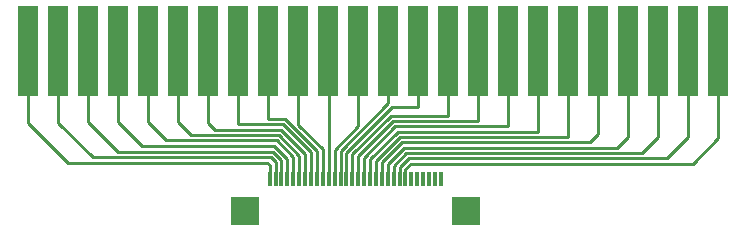
<source format=gbr>
%TF.GenerationSoftware,KiCad,Pcbnew,(6.0.0-rc1-114-gb471945224)*%
%TF.CreationDate,2023-01-31T08:43:44+01:00*%
%TF.ProjectId,HB-F1XD-keyboard,48422d46-3158-4442-9d6b-6579626f6172,1*%
%TF.SameCoordinates,Original*%
%TF.FileFunction,Copper,L1,Top*%
%TF.FilePolarity,Positive*%
%FSLAX46Y46*%
G04 Gerber Fmt 4.6, Leading zero omitted, Abs format (unit mm)*
G04 Created by KiCad (PCBNEW (6.0.0-rc1-114-gb471945224)) date 2023-01-31 08:43:44*
%MOMM*%
%LPD*%
G01*
G04 APERTURE LIST*
%TA.AperFunction,SMDPad,CuDef*%
%ADD10R,0.300000X1.200000*%
%TD*%
%TA.AperFunction,SMDPad,CuDef*%
%ADD11R,2.400000X2.400000*%
%TD*%
%TA.AperFunction,ConnectorPad*%
%ADD12R,1.780000X7.620000*%
%TD*%
%TA.AperFunction,Conductor*%
%ADD13C,0.250000*%
%TD*%
G04 APERTURE END LIST*
D10*
%TO.P,J2,1,Pin_1*%
%TO.N,Net-(J1-Pad1)*%
X321489550Y-62353000D03*
%TO.P,J2,2,Pin_2*%
%TO.N,Net-(J1-Pad2)*%
X321989550Y-62353000D03*
%TO.P,J2,3,Pin_3*%
%TO.N,Net-(J1-Pad3)*%
X322489550Y-62353000D03*
%TO.P,J2,4,Pin_4*%
%TO.N,Net-(J1-Pad4)*%
X322989550Y-62353000D03*
%TO.P,J2,5,Pin_5*%
%TO.N,Net-(J1-Pad5)*%
X323489550Y-62353000D03*
%TO.P,J2,6,Pin_6*%
%TO.N,Net-(J1-Pad6)*%
X323989550Y-62353000D03*
%TO.P,J2,7,Pin_7*%
%TO.N,Net-(J1-Pad7)*%
X324489550Y-62353000D03*
%TO.P,J2,8,Pin_8*%
%TO.N,Net-(J1-Pad8)*%
X324989550Y-62353000D03*
%TO.P,J2,9,Pin_9*%
%TO.N,Net-(J1-Pad9)*%
X325489550Y-62353000D03*
%TO.P,J2,10,Pin_10*%
%TO.N,Net-(J1-Pad10)*%
X325989550Y-62353000D03*
%TO.P,J2,11,Pin_11*%
%TO.N,Net-(J1-Pad11)*%
X326489550Y-62353000D03*
%TO.P,J2,12,Pin_12*%
%TO.N,Net-(J1-Pad12)*%
X326989550Y-62353000D03*
%TO.P,J2,13,Pin_13*%
%TO.N,Net-(J1-Pad13)*%
X327489550Y-62353000D03*
%TO.P,J2,14,Pin_14*%
%TO.N,Net-(J1-Pad14)*%
X327989550Y-62353000D03*
%TO.P,J2,15,Pin_15*%
%TO.N,Net-(J1-Pad15)*%
X328489550Y-62353000D03*
%TO.P,J2,16,Pin_16*%
%TO.N,Net-(J1-Pad16)*%
X328989550Y-62353000D03*
%TO.P,J2,17,Pin_17*%
%TO.N,Net-(J1-Pad17)*%
X329489550Y-62353000D03*
%TO.P,J2,18,Pin_18*%
%TO.N,Net-(J1-Pad18)*%
X329989550Y-62353000D03*
%TO.P,J2,19,Pin_19*%
%TO.N,Net-(J1-Pad19)*%
X330489550Y-62353000D03*
%TO.P,J2,20,Pin_20*%
%TO.N,Net-(J1-Pad20)*%
X330989550Y-62353000D03*
%TO.P,J2,21,Pin_21*%
%TO.N,Net-(J1-Pad21)*%
X331489550Y-62353000D03*
%TO.P,J2,22,Pin_22*%
%TO.N,Net-(J1-Pad22)*%
X331989550Y-62353000D03*
%TO.P,J2,23,Pin_23*%
%TO.N,Net-(J1-Pad23)*%
X332489550Y-62353000D03*
%TO.P,J2,24,Pin_24*%
%TO.N,Net-(J1-Pad24)*%
X332989550Y-62353000D03*
%TO.P,J2,25,Pin_25*%
%TO.N,unconnected-(J2-Pad25)*%
X333489550Y-62353000D03*
%TO.P,J2,26,Pin_26*%
%TO.N,unconnected-(J2-Pad26)*%
X333989550Y-62353000D03*
%TO.P,J2,27,Pin_27*%
%TO.N,unconnected-(J2-Pad27)*%
X334489550Y-62353000D03*
%TO.P,J2,28,Pin_28*%
%TO.N,unconnected-(J2-Pad28)*%
X334989550Y-62353000D03*
%TO.P,J2,29,Pin_29*%
%TO.N,unconnected-(J2-Pad29)*%
X335489550Y-62353000D03*
%TO.P,J2,30,Pin_30*%
%TO.N,unconnected-(J2-Pad30)*%
X335989550Y-62353000D03*
D11*
%TO.P,J2,31*%
%TO.N,N/C*%
X319389550Y-65053000D03*
%TO.P,J2,32*%
X338089550Y-65053000D03*
%TD*%
D12*
%TO.P,J1,1,Pin_1*%
%TO.N,Net-(J1-Pad1)*%
X301053550Y-51450000D03*
%TO.P,J1,2,Pin_2*%
%TO.N,Net-(J1-Pad2)*%
X303593550Y-51450000D03*
%TO.P,J1,3,Pin_3*%
%TO.N,Net-(J1-Pad3)*%
X306133550Y-51450000D03*
%TO.P,J1,4,Pin_4*%
%TO.N,Net-(J1-Pad4)*%
X308673550Y-51450000D03*
%TO.P,J1,5,Pin_5*%
%TO.N,Net-(J1-Pad5)*%
X311213550Y-51450000D03*
%TO.P,J1,6,Pin_6*%
%TO.N,Net-(J1-Pad6)*%
X313753550Y-51450000D03*
%TO.P,J1,7,Pin_7*%
%TO.N,Net-(J1-Pad7)*%
X316293550Y-51450000D03*
%TO.P,J1,8,Pin_8*%
%TO.N,Net-(J1-Pad8)*%
X318833550Y-51450000D03*
%TO.P,J1,9,Pin_9*%
%TO.N,Net-(J1-Pad9)*%
X321373550Y-51450000D03*
%TO.P,J1,10,Pin_10*%
%TO.N,Net-(J1-Pad10)*%
X323913550Y-51450000D03*
%TO.P,J1,11,Pin_11*%
%TO.N,Net-(J1-Pad11)*%
X326453550Y-51450000D03*
%TO.P,J1,12,Pin_12*%
%TO.N,Net-(J1-Pad12)*%
X328993550Y-51450000D03*
%TO.P,J1,13,Pin_13*%
%TO.N,Net-(J1-Pad13)*%
X331533550Y-51450000D03*
%TO.P,J1,14,Pin_14*%
%TO.N,Net-(J1-Pad14)*%
X334073550Y-51450000D03*
%TO.P,J1,15,Pin_15*%
%TO.N,Net-(J1-Pad15)*%
X336613550Y-51450000D03*
%TO.P,J1,16,Pin_16*%
%TO.N,Net-(J1-Pad16)*%
X339153550Y-51450000D03*
%TO.P,J1,17,Pin_17*%
%TO.N,Net-(J1-Pad17)*%
X341693550Y-51450000D03*
%TO.P,J1,18,Pin_18*%
%TO.N,Net-(J1-Pad18)*%
X344233550Y-51450000D03*
%TO.P,J1,19,Pin_19*%
%TO.N,Net-(J1-Pad19)*%
X346773550Y-51450000D03*
%TO.P,J1,20,Pin_20*%
%TO.N,Net-(J1-Pad20)*%
X349313550Y-51450000D03*
%TO.P,J1,21,Pin_21*%
%TO.N,Net-(J1-Pad21)*%
X351853550Y-51450000D03*
%TO.P,J1,22,Pin_22*%
%TO.N,Net-(J1-Pad22)*%
X354393550Y-51450000D03*
%TO.P,J1,23,Pin_23*%
%TO.N,Net-(J1-Pad23)*%
X356933550Y-51450000D03*
%TO.P,J1,24,Pin_24*%
%TO.N,Net-(J1-Pad24)*%
X359473550Y-51450000D03*
%TD*%
D13*
%TO.N,Net-(J1-Pad1)*%
X301053550Y-57603550D02*
X304400000Y-60950000D01*
X321291470Y-60950000D02*
X321489550Y-61148080D01*
X304400000Y-60950000D02*
X321291470Y-60950000D01*
X301053550Y-57603550D02*
X301053550Y-51450000D01*
X321489550Y-61148080D02*
X321489550Y-62353000D01*
%TO.N,Net-(J1-Pad2)*%
X303593550Y-57543550D02*
X306500000Y-60450000D01*
X303593550Y-57543550D02*
X303593550Y-51450000D01*
X306500000Y-60450000D02*
X321567806Y-60450000D01*
X321567806Y-60450000D02*
X321989550Y-60871744D01*
X321989550Y-60871744D02*
X321989550Y-62353000D01*
%TO.N,Net-(J1-Pad3)*%
X306133550Y-57483550D02*
X308650480Y-60000480D01*
X306133550Y-57483550D02*
X306133550Y-51450000D01*
X308650480Y-60000480D02*
X321754004Y-60000480D01*
X321754004Y-60000480D02*
X322489550Y-60736026D01*
X322489550Y-60736026D02*
X322489550Y-62353000D01*
%TO.N,Net-(J1-Pad4)*%
X322989550Y-60600308D02*
X322989550Y-62353000D01*
X308673550Y-57473550D02*
X310700000Y-59500000D01*
X308673550Y-57473550D02*
X308673550Y-51450000D01*
X321889242Y-59500000D02*
X322989550Y-60600308D01*
X310700000Y-59500000D02*
X321889242Y-59500000D01*
%TO.N,Net-(J1-Pad5)*%
X323489550Y-60464590D02*
X322075440Y-59050480D01*
X311213550Y-57513550D02*
X311213550Y-51450000D01*
X312750480Y-59050480D02*
X311213550Y-57513550D01*
X323489550Y-62353000D02*
X323489550Y-60464590D01*
X322075440Y-59050480D02*
X312750480Y-59050480D01*
%TO.N,Net-(J1-Pad6)*%
X313753550Y-57503550D02*
X313753550Y-51450000D01*
X314850960Y-58600960D02*
X313753550Y-57503550D01*
X323989550Y-62353000D02*
X323989550Y-60328872D01*
X323989550Y-60328872D02*
X322261637Y-58600960D01*
X322261637Y-58600960D02*
X314850960Y-58600960D01*
%TO.N,Net-(J1-Pad7)*%
X324489550Y-60193156D02*
X322447834Y-58151440D01*
X316901440Y-58151440D02*
X316293550Y-57543550D01*
X324489550Y-62353000D02*
X324489550Y-60193156D01*
X322447834Y-58151440D02*
X316901440Y-58151440D01*
X316293550Y-57543550D02*
X316293550Y-51450000D01*
%TO.N,Net-(J1-Pad8)*%
X322634031Y-57701920D02*
X318833550Y-57701920D01*
X318833550Y-57701920D02*
X318833550Y-51450000D01*
X324989550Y-60057439D02*
X322634031Y-57701920D01*
X324989550Y-62353000D02*
X324989550Y-60057439D01*
%TO.N,Net-(J1-Pad9)*%
X322820229Y-57252400D02*
X325489550Y-59921721D01*
X321373550Y-57252400D02*
X322820229Y-57252400D01*
X325489550Y-59921721D02*
X325489550Y-62353000D01*
X321373550Y-57252400D02*
X321373550Y-51450000D01*
%TO.N,Net-(J1-Pad10)*%
X323913550Y-57710000D02*
X325989550Y-59786000D01*
X325989550Y-59786000D02*
X325989550Y-62353000D01*
X323913550Y-57710000D02*
X323913550Y-51450000D01*
%TO.N,Net-(J1-Pad11)*%
X326489550Y-62353000D02*
X326489550Y-51486000D01*
X326453550Y-51450000D02*
X326515039Y-51511489D01*
X326489550Y-51486000D02*
X326453550Y-51450000D01*
X326453550Y-47804000D02*
X326489550Y-47840000D01*
%TO.N,Net-(J1-Pad12)*%
X328993550Y-57821364D02*
X328993550Y-51450000D01*
X326989550Y-59825364D02*
X326989550Y-62353000D01*
X328993550Y-57821364D02*
X326989550Y-59825364D01*
%TO.N,Net-(J1-Pad13)*%
X327489550Y-59961082D02*
X327489550Y-62353000D01*
X331533550Y-55917082D02*
X327489550Y-59961082D01*
X331533550Y-55917082D02*
X331533550Y-51450000D01*
%TO.N,Net-(J1-Pad14)*%
X334073550Y-56244480D02*
X334073550Y-51450000D01*
X327989550Y-60096800D02*
X327989550Y-62353000D01*
X331841870Y-56244480D02*
X327989550Y-60096800D01*
X334073550Y-56244480D02*
X331841870Y-56244480D01*
%TO.N,Net-(J1-Pad15)*%
X336613550Y-56948000D02*
X331774068Y-56948000D01*
X336613550Y-56948000D02*
X336613550Y-51450000D01*
X331774068Y-56948000D02*
X328489550Y-60232518D01*
X328489550Y-60232518D02*
X328489550Y-62353000D01*
%TO.N,Net-(J1-Pad16)*%
X331941945Y-57415840D02*
X328989550Y-60368235D01*
X339153550Y-57415840D02*
X339153550Y-51450000D01*
X339153550Y-57415840D02*
X331941945Y-57415840D01*
X328989550Y-60368235D02*
X328989550Y-62353000D01*
%TO.N,Net-(J1-Pad17)*%
X341693550Y-57865360D02*
X341693550Y-51450000D01*
X332128143Y-57865360D02*
X329489550Y-60503953D01*
X341693550Y-57865360D02*
X332128143Y-57865360D01*
X329489550Y-60503953D02*
X329489550Y-62353000D01*
%TO.N,Net-(J1-Pad18)*%
X332314341Y-58314880D02*
X329989550Y-60639671D01*
X329989550Y-60639671D02*
X329989550Y-62353000D01*
X344233550Y-58314880D02*
X344233550Y-51450000D01*
X344233550Y-58314880D02*
X332314341Y-58314880D01*
%TO.N,Net-(J1-Pad19)*%
X330489550Y-60775389D02*
X330489550Y-62353000D01*
X332500539Y-58764400D02*
X330489550Y-60775389D01*
X346773550Y-58764400D02*
X332500539Y-58764400D01*
X346773550Y-58764400D02*
X346773550Y-51450000D01*
%TO.N,Net-(J1-Pad20)*%
X348571630Y-59213920D02*
X332686736Y-59213920D01*
X332686736Y-59213920D02*
X330989550Y-60911106D01*
X349313550Y-58472000D02*
X349313550Y-51450000D01*
X349313550Y-58472000D02*
X348571630Y-59213920D01*
X330989550Y-60911106D02*
X330989550Y-62353000D01*
%TO.N,Net-(J1-Pad21)*%
X351853550Y-58726000D02*
X350916110Y-59663440D01*
X350916110Y-59663440D02*
X332872934Y-59663440D01*
X331489550Y-61046824D02*
X331489550Y-62353000D01*
X332872934Y-59663440D02*
X331489550Y-61046824D01*
X351853550Y-58726000D02*
X351853550Y-51450000D01*
%TO.N,Net-(J1-Pad22)*%
X333059132Y-60112960D02*
X331989550Y-61182542D01*
X331989550Y-61182542D02*
X331989550Y-62353000D01*
X353006590Y-60112960D02*
X333059132Y-60112960D01*
X354393550Y-58726000D02*
X353006590Y-60112960D01*
X354393550Y-58726000D02*
X354393550Y-51450000D01*
%TO.N,Net-(J1-Pad23)*%
X332489550Y-61318260D02*
X332489550Y-62353000D01*
X356933550Y-58726000D02*
X355097070Y-60562480D01*
X355097070Y-60562480D02*
X333245330Y-60562480D01*
X333245330Y-60562480D02*
X332489550Y-61318260D01*
X356933550Y-58726000D02*
X356933550Y-51450000D01*
%TO.N,Net-(J1-Pad24)*%
X357314550Y-61012000D02*
X359473550Y-58853000D01*
X333431528Y-61012000D02*
X357314550Y-61012000D01*
X332989550Y-61453978D02*
X333431528Y-61012000D01*
X332989550Y-62353000D02*
X332989550Y-61453978D01*
X359473550Y-58853000D02*
X359473550Y-51450000D01*
%TD*%
M02*

</source>
